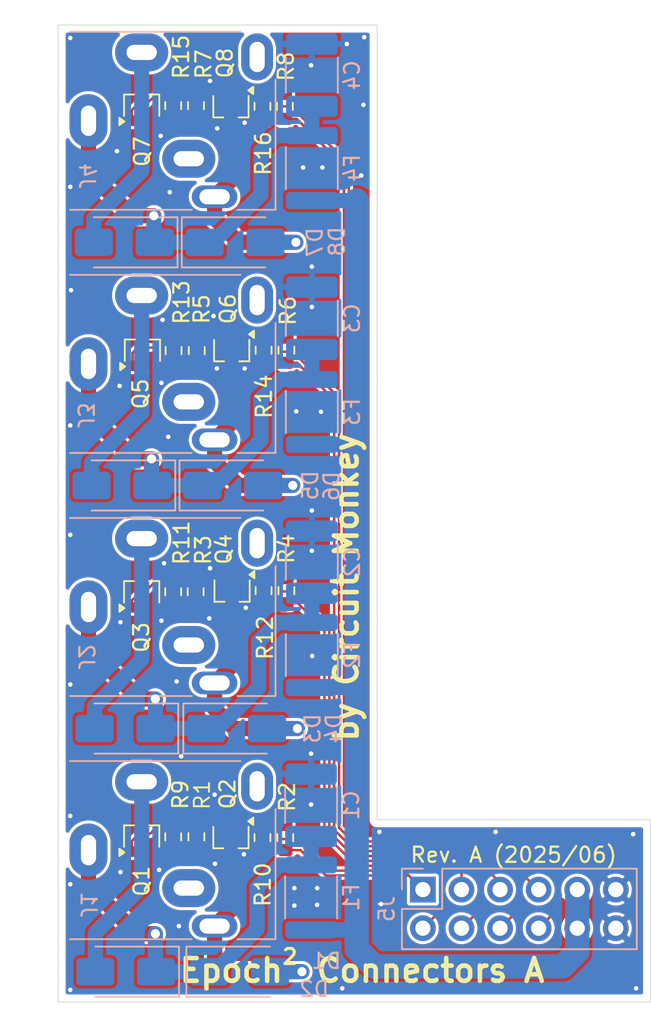
<source format=kicad_pcb>
(kicad_pcb (version 20241229) (generator "pcbnew") (generator_version "9.0")
  (layers (0 "F.Cu" signal) (2 "B.Cu" signal) (13 "F.Paste" user) (15 "B.Paste" user) (5 "F.SilkS" user "F.Silkscreen") (7 "B.SilkS" user "B.Silkscreen") (1 "F.Mask" user) (3 "B.Mask" user) (25 "Edge.Cuts" user))
  (net 0 "")
  (net 1 "GND")
  (net 3 "Net-(Q1-G)")
  (net 4 "Net-(Q2-G)")
  (net 12 "CH02")
  (net 13 "CH04")
  (net 14 "/VMOT")
  (net 15 "CH06")
  (net 16 "CH03")
  (net 17 "CH05")
  (net 18 "CH01")
  (net 19 "CH07")
  (net 20 "CH08")
  (net 21 "Net-(Q3-G)")
  (net 22 "Net-(Q4-G)")
  (net 23 "Net-(Q5-G)")
  (net 24 "Net-(Q6-G)")
  (net 25 "Net-(Q7-G)")
  (net 26 "Net-(Q8-G)")
  (net 27 "/VMF12")
  (net 28 "/VMF34")
  (net 29 "/VMF56")
  (net 30 "/VMF78")
  (net 31 "/VML1")
  (net 32 "/VML2")
  (net 33 "/VML3")
  (net 34 "/VML4")
  (net 35 "/VML5")
  (net 36 "/VML6")
  (net 37 "/VML7")
  (net 38 "/VML8")
  (footprint "Resistor_SMD:R_0603_1608Metric" (layer "F.Cu") (at 131.45 107.175 -90)
    (property "Reference" "R10" (at 3.1 -0.025 90) (layer "F.SilkS"))
    (property "Value" "100K")
    (pad "1" smd roundrect (at -0.825 0 270) (size 0.8 0.95) (layers "F.Cu" "F.Mask" "F.Paste") (net 4 "Net-(Q2-G)"))
    (pad "2" smd roundrect (at 0.825 0 270) (size 0.8 0.95) (layers "F.Cu" "F.Mask" "F.Paste") (net 1 "GND"))
  )
  (footprint "Package_TO_SOT_SMD:SOT-323_SC-70" (layer "F.Cu") (at 123.5 107.1 90)
    (property "Reference" "Q1" (at -2.95 -0.0025 90) (layer "F.SilkS"))
    (property "Value" "Si1308EDL")
    (pad "1" smd roundrect (at -1 -0.65) (size 0.45 0.7) (layers "F.Cu" "F.Mask" "F.Paste") (net 3 "Net-(Q1-G)"))
    (pad "2" smd roundrect (at -1 0.65) (size 0.45 0.7) (layers "F.Cu" "F.Mask" "F.Paste") (net 1 "GND"))
    (pad "3" smd roundrect (at 1 0) (size 0.45 0.7) (layers "F.Cu" "F.Mask" "F.Paste") (net 31 "/VML1"))
  )
  (footprint "Resistor_SMD:R_0603_1608Metric" (layer "F.Cu") (at 127.05 91 90)
    (property "Reference" "R3" (at 2.75 0.5 90) (layer "F.SilkS"))
    (property "Value" "100R")
    (pad "1" smd roundrect (at -0.825 0 90) (size 0.8 0.95) (layers "F.Cu" "F.Mask" "F.Paste") (net 16 "CH03"))
    (pad "2" smd roundrect (at 0.825 0 90) (size 0.8 0.95) (layers "F.Cu" "F.Mask" "F.Paste") (net 21 "Net-(Q3-G)"))
  )
  (footprint "Package_TO_SOT_SMD:SOT-323_SC-70" (layer "F.Cu") (at 129.375 107.15 -90)
    (property "Reference" "Q2" (at -2.85 0.225 90) (layer "F.SilkS"))
    (property "Value" "Si1308EDL")
    (pad "1" smd roundrect (at -1 -0.65 180) (size 0.45 0.7) (layers "F.Cu" "F.Mask" "F.Paste") (net 4 "Net-(Q2-G)"))
    (pad "2" smd roundrect (at -1 0.65 180) (size 0.45 0.7) (layers "F.Cu" "F.Mask" "F.Paste") (net 1 "GND"))
    (pad "3" smd roundrect (at 1 0 180) (size 0.45 0.7) (layers "F.Cu" "F.Mask" "F.Paste") (net 32 "/VML2"))
  )
  (footprint "Resistor_SMD:R_0603_1608Metric" (layer "F.Cu") (at 132.95 107.175 90)
    (property "Reference" "R2" (at 2.675 0.125 90) (layer "F.SilkS"))
    (property "Value" "100R")
    (pad "1" smd roundrect (at -0.825 0 90) (size 0.8 0.95) (layers "F.Cu" "F.Mask" "F.Paste") (net 12 "CH02"))
    (pad "2" smd roundrect (at 0.825 0 90) (size 0.8 0.95) (layers "F.Cu" "F.Mask" "F.Paste") (net 4 "Net-(Q2-G)"))
  )
  (footprint "Resistor_SMD:R_0603_1608Metric" (layer "F.Cu") (at 127.1 107.125 90)
    (property "Reference" "R1" (at 2.75 0.375 90) (layer "F.SilkS") (effects (font (thickness 0.127) (bold yes))))
    (property "Value" "100R" (hide yes))
    (pad "1" smd roundrect (at -0.825 0 90) (size 0.8 0.95) (layers "F.Cu" "F.Mask" "F.Paste") (net 18 "CH01"))
    (pad "2" smd roundrect (at 0.825 0 90) (size 0.8 0.95) (layers "F.Cu" "F.Mask" "F.Paste") (net 3 "Net-(Q1-G)"))
  )
  (footprint "Resistor_SMD:R_0603_1608Metric" (layer "F.Cu") (at 131.45 59.05 -90)
    (property "Reference" "R16" (at 3.1 -0.05 90) (layer "F.SilkS"))
    (property "Value" "100K")
    (pad "1" smd roundrect (at -0.825 0 270) (size 0.8 0.95) (layers "F.Cu" "F.Mask" "F.Paste") (net 26 "Net-(Q8-G)"))
    (pad "2" smd roundrect (at 0.825 0 270) (size 0.8 0.95) (layers "F.Cu" "F.Mask" "F.Paste") (net 1 "GND"))
  )
  (footprint "Resistor_SMD:R_0603_1608Metric" (layer "F.Cu") (at 132.925 59.05 90)
    (property "Reference" "R8" (at 2.625 0.075 90) (layer "F.SilkS"))
    (property "Value" "100R")
    (pad "1" smd roundrect (at -0.825 0 90) (size 0.8 0.95) (layers "F.Cu" "F.Mask" "F.Paste") (net 20 "CH08"))
    (pad "2" smd roundrect (at 0.825 0 90) (size 0.8 0.95) (layers "F.Cu" "F.Mask" "F.Paste") (net 26 "Net-(Q8-G)"))
  )
  (footprint "Package_TO_SOT_SMD:SOT-323_SC-70" (layer "F.Cu") (at 129.425 75.1 -90)
    (property "Reference" "Q6" (at -2.725 0.25 90) (layer "F.SilkS"))
    (property "Value" "Si1308EDL")
    (pad "1" smd roundrect (at -1 -0.65 180) (size 0.45 0.7) (layers "F.Cu" "F.Mask" "F.Paste") (net 24 "Net-(Q6-G)"))
    (pad "2" smd roundrect (at -1 0.65 180) (size 0.45 0.7) (layers "F.Cu" "F.Mask" "F.Paste") (net 1 "GND"))
    (pad "3" smd roundrect (at 1 0 180) (size 0.45 0.7) (layers "F.Cu" "F.Mask" "F.Paste") (net 36 "/VML6"))
  )
  (footprint "Resistor_SMD:R_0603_1608Metric" (layer "F.Cu") (at 125.575 91 -90)
    (property "Reference" "R11" (at -3.225 -0.55 90) (layer "F.SilkS"))
    (property "Value" "100K")
    (pad "1" smd roundrect (at -0.825 0 270) (size 0.8 0.95) (layers "F.Cu" "F.Mask" "F.Paste") (net 21 "Net-(Q3-G)"))
    (pad "2" smd roundrect (at 0.825 0 270) (size 0.8 0.95) (layers "F.Cu" "F.Mask" "F.Paste") (net 1 "GND"))
  )
  (footprint "Package_TO_SOT_SMD:SOT-323_SC-70" (layer "F.Cu") (at 129.45 90.925 -90)
    (property "Reference" "Q4" (at -2.725 0.55 90) (layer "F.SilkS"))
    (property "Value" "Si1308EDL")
    (pad "1" smd roundrect (at -1 -0.65 180) (size 0.45 0.7) (layers "F.Cu" "F.Mask" "F.Paste") (net 22 "Net-(Q4-G)"))
    (pad "2" smd roundrect (at -1 0.65 180) (size 0.45 0.7) (layers "F.Cu" "F.Mask" "F.Paste") (net 1 "GND"))
    (pad "3" smd roundrect (at 1 0 180) (size 0.45 0.7) (layers "F.Cu" "F.Mask" "F.Paste") (net 34 "/VML4"))
  )
  (footprint "Resistor_SMD:R_0603_1608Metric" (layer "F.Cu") (at 131.525 75.1 -90)
    (property "Reference" "R14" (at 3.05 -0.025 90) (layer "F.SilkS"))
    (property "Value" "100K")
    (pad "1" smd roundrect (at -0.825 0 270) (size 0.8 0.95) (layers "F.Cu" "F.Mask" "F.Paste") (net 24 "Net-(Q6-G)"))
    (pad "2" smd roundrect (at 0.825 0 270) (size 0.8 0.95) (layers "F.Cu" "F.Mask" "F.Paste") (net 1 "GND"))
  )
  (footprint "Resistor_SMD:R_0603_1608Metric" (layer "F.Cu") (at 131.525 90.925 -90)
    (property "Reference" "R12" (at 3.1 -0.1 90) (layer "F.SilkS"))
    (property "Value" "100K")
    (pad "1" smd roundrect (at -0.825 0 270) (size 0.8 0.95) (layers "F.Cu" "F.Mask" "F.Paste") (net 22 "Net-(Q4-G)"))
    (pad "2" smd roundrect (at 0.825 0 270) (size 0.8 0.95) (layers "F.Cu" "F.Mask" "F.Paste") (net 1 "GND"))
  )
  (footprint "Package_TO_SOT_SMD:SOT-323_SC-70" (layer "F.Cu") (at 123.5 91.025 90)
    (property "Reference" "Q3" (at -2.975 -0.025 90) (layer "F.SilkS"))
    (property "Value" "Si1308EDL")
    (pad "1" smd roundrect (at -1 -0.65) (size 0.45 0.7) (layers "F.Cu" "F.Mask" "F.Paste") (net 21 "Net-(Q3-G)"))
    (pad "2" smd roundrect (at -1 0.65) (size 0.45 0.7) (layers "F.Cu" "F.Mask" "F.Paste") (net 1 "GND"))
    (pad "3" smd roundrect (at 1 0) (size 0.45 0.7) (layers "F.Cu" "F.Mask" "F.Paste") (net 33 "/VML3"))
  )
  (footprint "Resistor_SMD:R_0603_1608Metric" (layer "F.Cu") (at 127.075 59 90)
    (property "Reference" "R7" (at 2.725 0.5 90) (layer "F.SilkS"))
    (property "Value" "100R")
    (pad "1" smd roundrect (at -0.825 0 90) (size 0.8 0.95) (layers "F.Cu" "F.Mask" "F.Paste") (net 19 "CH07"))
    (pad "2" smd roundrect (at 0.825 0 90) (size 0.8 0.95) (layers "F.Cu" "F.Mask" "F.Paste") (net 25 "Net-(Q7-G)"))
  )
  (footprint "Package_TO_SOT_SMD:SOT-323_SC-70" (layer "F.Cu") (at 123.5 59 90)
    (property "Reference" "Q7" (at -3.025 0.025 90) (layer "F.SilkS"))
    (property "Value" "Si1308EDL")
    (pad "1" smd roundrect (at -1 -0.65) (size 0.45 0.7) (layers "F.Cu" "F.Mask" "F.Paste") (net 25 "Net-(Q7-G)"))
    (pad "2" smd roundrect (at -1 0.65) (size 0.45 0.7) (layers "F.Cu" "F.Mask" "F.Paste") (net 1 "GND"))
    (pad "3" smd roundrect (at 1 0) (size 0.45 0.7) (layers "F.Cu" "F.Mask" "F.Paste") (net 37 "/VML7"))
  )
  (footprint "Resistor_SMD:R_0603_1608Metric" (layer "F.Cu") (at 133.025 75.1 90)
    (property "Reference" "R6" (at 2.6 0.1 90) (layer "F.SilkS"))
    (property "Value" "100R")
    (pad "1" smd roundrect (at -0.825 0 90) (size 0.8 0.95) (layers "F.Cu" "F.Mask" "F.Paste") (net 15 "CH06"))
    (pad "2" smd roundrect (at 0.825 0 90) (size 0.8 0.95) (layers "F.Cu" "F.Mask" "F.Paste") (net 24 "Net-(Q6-G)"))
  )
  (footprint "Resistor_SMD:R_0603_1608Metric" (layer "F.Cu") (at 125.575 59 -90)
    (property "Reference" "R15" (at -3.2 -0.525 90) (layer "F.SilkS"))
    (property "Value" "100K")
    (pad "1" smd roundrect (at -0.825 0 270) (size 0.8 0.95) (layers "F.Cu" "F.Mask" "F.Paste") (net 25 "Net-(Q7-G)"))
    (pad "2" smd roundrect (at 0.825 0 270) (size 0.8 0.95) (layers "F.Cu" "F.Mask" "F.Paste") (net 1 "GND"))
  )
  (footprint "Package_TO_SOT_SMD:SOT-323_SC-70" (layer "F.Cu") (at 129.375 59.05 -90)
    (property "Reference" "Q8" (at -2.85 0.4 90) (layer "F.SilkS"))
    (property "Value" "Si1308EDL")
    (pad "1" smd roundrect (at -1 -0.65 180) (size 0.45 0.7) (layers "F.Cu" "F.Mask" "F.Paste") (net 26 "Net-(Q8-G)"))
    (pad "2" smd roundrect (at -1 0.65 180) (size 0.45 0.7) (layers "F.Cu" "F.Mask" "F.Paste") (net 1 "GND"))
    (pad "3" smd roundrect (at 1 0 180) (size 0.45 0.7) (layers "F.Cu" "F.Mask" "F.Paste") (net 38 "/VML8"))
  )
  (footprint "Resistor_SMD:R_0603_1608Metric" (layer "F.Cu") (at 125.575 107.125 -90)
    (property "Reference" "R9" (at -2.775 -0.475 90) (layer "F.SilkS"))
    (property "Value" "100K")
    (pad "1" smd roundrect (at -0.825 0 270) (size 0.8 0.95) (layers "F.Cu" "F.Mask" "F.Paste") (net 3 "Net-(Q1-G)"))
    (pad "2" smd roundrect (at 0.825 0 270) (size 0.8 0.95) (layers "F.Cu" "F.Mask" "F.Paste") (net 1 "GND"))
  )
  (footprint "Package_TO_SOT_SMD:SOT-323_SC-70" (layer "F.Cu") (at 123.55 75.125 90)
    (property "Reference" "Q5" (at -2.85 -0.125 90) (layer "F.SilkS"))
    (property "Value" "Si1308EDL")
    (pad "1" smd roundrect (at -1 -0.65) (size 0.45 0.7) (layers "F.Cu" "F.Mask" "F.Paste") (net 23 "Net-(Q5-G)"))
    (pad "2" smd roundrect (at -1 0.65) (size 0.45 0.7) (layers "F.Cu" "F.Mask" "F.Paste") (net 1 "GND"))
    (pad "3" smd roundrect (at 1 0) (size 0.45 0.7) (layers "F.Cu" "F.Mask" "F.Paste") (net 35 "/VML5"))
  )
  (footprint "Resistor_SMD:R_0603_1608Metric" (layer "F.Cu") (at 125.6 75.125 -90)
    (property "Reference" "R13" (at -3.175 -0.525 90) (layer "F.SilkS"))
    (property "Value" "100K")
    (pad "1" smd roundrect (at -0.825 0 270) (size 0.8 0.95) (layers "F.Cu" "F.Mask" "F.Paste") (net 23 "Net-(Q5-G)"))
    (pad "2" smd roundrect (at 0.825 0 270) (size 0.8 0.95) (layers "F.Cu" "F.Mask" "F.Paste") (net 1 "GND"))
  )
  (footprint "Resistor_SMD:R_0603_1608Metric" (layer "F.Cu") (at 133.025 90.925 90)
    (property "Reference" "R4" (at 2.75 0 90) (layer "F.SilkS"))
    (property "Value" "100R")
    (pad "1" smd roundrect (at -0.825 0 90) (size 0.8 0.95) (layers "F.Cu" "F.Mask" "F.Paste") (net 13 "CH04"))
    (pad "2" smd roundrect (at 0.825 0 90) (size 0.8 0.95) (layers "F.Cu" "F.Mask" "F.Paste") (net 22 "Net-(Q4-G)"))
  )
  (footprint "Resistor_SMD:R_0603_1608Metric" (layer "F.Cu") (at 127.125 75.125 90)
    (property "Reference" "R5" (at 2.725 0.325 90) (layer "F.SilkS"))
    (property "Value" "100R" (hide yes))
    (pad "1" smd roundrect (at -0.825 0 90) (size 0.8 0.95) (layers "F.Cu" "F.Mask" "F.Paste") (net 17 "CH05"))
    (pad "2" smd roundrect (at 0.825 0 90) (size 0.8 0.95) (layers "F.Cu" "F.Mask" "F.Paste") (net 23 "Net-(Q5-G)"))
  )
  (footprint "Capacitor_SMD:C_1812_4532Metric" (layer "B.Cu") (at 134.7 89.05 90)
    (property "Reference" "C2" (at 0 2.65 90) (layer "B.SilkS") (effects (justify mirror)))
    (property "Value" "22uF/16V")
    (pad "1" smd roundrect (at -2.05 0 90) (size 1.4 3.4) (layers "B.Cu" "B.Mask" "B.Paste") (roundrect_rratio 0.178571) (net 28 "/VMF34"))
    (pad "2" smd roundrect (at 2.05 0 90) (size 1.4 3.4) (layers "B.Cu" "B.Mask" "B.Paste") (roundrect_rratio 0.178571) (net 1 "GND"))
  )
  (footprint "Diode_SMD:D_SMA" (layer "B.Cu") (at 129.5 84)
    (property "Reference" "D6" (at 6.5 0.05 270) (layer "B.SilkS") (effects (justify mirror)))
    (property "Value" "NRVA4007T3G")
    (pad "1" smd roundrect (at -2 0) (size 2.5 1.8) (layers "B.Cu" "B.Mask" "B.Paste") (roundrect_rratio 0.1388888889) (net 29 "/VMF56"))
    (pad "2" smd roundrect (at 2 0) (size 2.5 1.8) (layers "B.Cu" "B.Mask" "B.Paste") (roundrect_rratio 0.1388888889) (net 36 "/VML6"))
  )
  (footprint "Connector_PinHeader_2.54mm:PinHeader_2x06_P2.54mm_Vertical" (layer "B.Cu") (at 142.01 110.6 -90)
    (property "Reference" "J5" (at 1.27 2.38 90) (layer "B.SilkS") (effects (justify mirror)))
    (property "Value" "Conn_02x06_Odd_Even" (hide yes))
    (pad "1" thru_hole rect (at 0 0 270) (size 1.7 1.7) (drill 1) (layers "*.Cu" "*.Mask") (net 12 "CH02"))
    (pad "2" thru_hole circle (at 2.54 0 270) (size 1.7 1.7) (drill 1) (layers "*.Cu" "*.Mask") (net 18 "CH01"))
    (pad "3" thru_hole circle (at 0 -2.54 270) (size 1.7 1.7) (drill 1) (layers "*.Cu" "*.Mask") (net 13 "CH04"))
    (pad "4" thru_hole circle (at 2.54 -2.54 270) (size 1.7 1.7) (drill 1) (layers "*.Cu" "*.Mask") (net 16 "CH03"))
    (pad "5" thru_hole circle (at 0 -5.08 270) (size 1.7 1.7) (drill 1) (layers "*.Cu" "*.Mask") (net 15 "CH06"))
    (pad "6" thru_hole circle (at 2.54 -5.08 270) (size 1.7 1.7) (drill 1) (layers "*.Cu" "*.Mask") (net 17 "CH05"))
    (pad "7" thru_hole circle (at 0 -7.62 270) (size 1.7 1.7) (drill 1) (layers "*.Cu" "*.Mask") (net 20 "CH08"))
    (pad "8" thru_hole circle (at 2.54 -7.62 270) (size 1.7 1.7) (drill 1) (layers "*.Cu" "*.Mask") (net 19 "CH07"))
    (pad "9" thru_hole circle (at 0 -10.16 270) (size 1.7 1.7) (drill 1) (layers "*.Cu" "*.Mask") (net 14 "/VMOT"))
    (pad "10" thru_hole circle (at 2.54 -10.16 270) (size 1.7 1.7) (drill 1) (layers "*.Cu" "*.Mask") (net 14 "/VMOT"))
    (pad "11" thru_hole circle (at 0 -12.7 270) (size 1.7 1.7) (drill 1) (layers "*.Cu" "*.Mask") (net 1 "GND"))
    (pad "12" thru_hole circle (at 2.54 -12.7 270) (size 1.7 1.7) (drill 1) (layers "*.Cu" "*.Mask") (net 1 "GND"))
  )
  (footprint "Diode_SMD:D_SMA" (layer "B.Cu") (at 129.65 68)
    (property "Reference" "D8" (at 6.7 -0.05 270) (layer "B.SilkS") (effects (justify mirror)))
    (property "Value" "NRVA4007T3G")
    (pad "1" smd roundrect (at -2 0) (size 2.5 1.8) (layers "B.Cu" "B.Mask" "B.Paste") (roundrect_rratio 0.1388888889) (net 30 "/VMF78"))
    (pad "2" smd roundrect (at 2 0) (size 2.5 1.8) (layers "B.Cu" "B.Mask" "B.Paste") (roundrect_rratio 0.1388888889) (net 38 "/VML8"))
  )
  (footprint "Capacitor_SMD:C_1812_4532Metric" (layer "B.Cu") (at 134.7 57 90)
    (property "Reference" "C4" (at 0 2.65 90) (layer "B.SilkS") (effects (justify mirror)))
    (property "Value" "22uF/16V")
    (pad "1" smd roundrect (at -2.05 0 90) (size 1.4 3.4) (layers "B.Cu" "B.Mask" "B.Paste") (roundrect_rratio 0.178571) (net 30 "/VMF78"))
    (pad "2" smd roundrect (at 2.05 0 90) (size 1.4 3.4) (layers "B.Cu" "B.Mask" "B.Paste") (roundrect_rratio 0.178571) (net 1 "GND"))
  )
  (footprint "Resistor_SMD:R_1812_4532Metric" (layer "B.Cu") (at 134.65 111.1125 90)
    (property "Reference" "F1" (at 0 2.65 90) (layer "B.SilkS") (effects (justify mirror)))
    (property "Value" "MF-MSMF075")
    (pad "1" smd roundrect (at -2.1375 0 90) (size 1.125 3.4) (layers "B.Cu" "B.Mask" "B.Paste") (roundrect_rratio 0.222222) (net 14 "/VMOT"))
    (pad "2" smd roundrect (at 2.1375 0 90) (size 1.125 3.4) (layers "B.Cu" "B.Mask" "B.Paste") (roundrect_rratio 0.222222) (net 27 "/VMF12"))
  )
  (footprint "Connector_Audio:Jack_3.5mm_CUI_SJ1-3515N_Horizontal" (layer "B.Cu") (at 120 60)
    (property "Reference" "J4" (at -0.1 3.65 270) (layer "B.SilkS") (effects (justify mirror)))
    (property "Value" "Jack - Tayda A-4780")
    (pad "R" thru_hole oval (at 8.3 5) (size 3 1.5) (drill oval 2 1) (layers "*.Cu" "*.Mask") (net 38 "/VML8"))
    (pad "RN" thru_hole oval (at 6.6 2.5) (size 3.5 2.5) (drill oval 2 1) (layers "*.Cu" "*.Mask"))
    (pad "S" thru_hole oval (at 0 0 90) (size 3.5 2.5) (drill oval 2 1) (layers "*.Cu" "*.Mask") (net 30 "/VMF78"))
    (pad "T" thru_hole oval (at 3.5 -4.5) (size 3.5 2.5) (drill oval 2 1) (layers "*.Cu" "*.Mask") (net 37 "/VML7"))
    (pad "TN" thru_hole oval (at 11.1 -4.2 270) (size 3.1 2.1) (drill oval 2 1) (layers "*.Cu" "*.Mask"))
  )
  (footprint "Diode_SMD:D_SMA" (layer "B.Cu") (at 129.95 116)
    (property "Reference" "D2" (at 4.9 1.15 0) (layer "B.SilkS") (effects (justify mirror)))
    (property "Value" "NRVA4007T3G")
    (pad "1" smd roundrect (at -2 0) (size 2.5 1.8) (layers "B.Cu" "B.Mask" "B.Paste") (roundrect_rratio 0.1388888889) (net 27 "/VMF12"))
    (pad "2" smd roundrect (at 2 0) (size 2.5 1.8) (layers "B.Cu" "B.Mask" "B.Paste") (roundrect_rratio 0.1388888889) (net 32 "/VML2"))
  )
  (footprint "Resistor_SMD:R_1812_4532Metric" (layer "B.Cu") (at 134.7 79.1625 90)
    (property "Reference" "F3" (at 0 2.65 90) (layer "B.SilkS") (effects (justify mirror)))
    (property "Value" "MF-MSMF075")
    (pad "1" smd roundrect (at -2.1375 0 90) (size 1.125 3.4) (layers "B.Cu" "B.Mask" "B.Paste") (roundrect_rratio 0.222222) (net 14 "/VMOT"))
    (pad "2" smd roundrect (at 2.1375 0 90) (size 1.125 3.4) (layers "B.Cu" "B.Mask" "B.Paste") (roundrect_rratio 0.222222) (net 29 "/VMF56"))
  )
  (footprint "Resistor_SMD:R_1812_4532Metric" (layer "B.Cu") (at 134.7 95.1625 90)
    (property "Reference" "F2" (at 0 2.65 90) (layer "B.SilkS") (effects (justify mirror)))
    (property "Value" "MF-MSMF075")
    (pad "1" smd roundrect (at -2.1375 0 90) (size 1.125 3.4) (layers "B.Cu" "B.Mask" "B.Paste") (roundrect_rratio 0.222222) (net 14 "/VMOT"))
    (pad "2" smd roundrect (at 2.1375 0 90) (size 1.125 3.4) (layers "B.Cu" "B.Mask" "B.Paste") (roundrect_rratio 0.222222) (net 28 "/VMF34"))
  )
  (footprint "Diode_SMD:D_SMA" (layer "B.Cu") (at 122.4 100 180)
    (property "Reference" "D3" (at -12.35 0 270) (layer "B.SilkS") (effects (justify mirror)))
    (property "Value" "NRVA4007T3G")
    (pad "1" smd roundrect (at -2 0 180) (size 2.5 1.8) (layers "B.Cu" "B.Mask" "B.Paste") (roundrect_rratio 0.1388888889) (net 28 "/VMF34"))
    (pad "2" smd roundrect (at 2 0 180) (size 2.5 1.8) (layers "B.Cu" "B.Mask" "B.Paste") (roundrect_rratio 0.1388888889) (net 33 "/VML3"))
  )
  (footprint "Diode_SMD:D_SMA" (layer "B.Cu") (at 129.75 100)
    (property "Reference" "D4" (at 6.4 0 90) (layer "B.SilkS") (effects (justify mirror)))
    (property "Value" "NRVA4007T3G")
    (pad "1" smd roundrect (at -2 0) (size 2.5 1.8) (layers "B.Cu" "B.Mask" "B.Paste") (roundrect_rratio 0.1388888889) (net 28 "/VMF34"))
    (pad "2" smd roundrect (at 2 0) (size 2.5 1.8) (layers "B.Cu" "B.Mask" "B.Paste") (roundrect_rratio 0.1388888889) (net 34 "/VML4"))
  )
  (footprint "Capacitor_SMD:C_1812_4532Metric" (layer "B.Cu") (at 134.7 73 90)
    (property "Reference" "C3" (at 0 2.65 90) (layer "B.SilkS") (effects (justify mirror)))
    (property "Value" "22uF/16V")
    (pad "1" smd roundrect (at -2.05 0 90) (size 1.4 3.4) (layers "B.Cu" "B.Mask" "B.Paste") (roundrect_rratio 0.178571) (net 29 "/VMF56"))
    (pad "2" smd roundrect (at 2.05 0 90) (size 1.4 3.4) (layers "B.Cu" "B.Mask" "B.Paste") (roundrect_rratio 0.178571) (net 1 "GND"))
  )
  (footprint "Connector_Audio:Jack_3.5mm_CUI_SJ1-3515N_Horizontal" (layer "B.Cu") (at 120 108)
    (property "Reference" "J1" (at 0 3.6 270) (layer "B.SilkS") (effects (justify mirror)))
    (property "Value" "Jack - Tayda A-4780")
    (pad "R" thru_hole oval (at 8.3 5) (size 3 1.5) (drill oval 2 1) (layers "*.Cu" "*.Mask") (net 32 "/VML2"))
    (pad "RN" thru_hole oval (at 6.6 2.5) (size 3.5 2.5) (drill oval 2 1) (layers "*.Cu" "*.Mask"))
    (pad "S" thru_hole oval (at 0 0 90) (size 3.5 2.5) (drill oval 2 1) (layers "*.Cu" "*.Mask") (net 27 "/VMF12"))
    (pad "T" thru_hole oval (at 3.5 -4.5) (size 3.5 2.5) (drill oval 2 1) (layers "*.Cu" "*.Mask") (net 31 "/VML1"))
    (pad "TN" thru_hole oval (at 11.1 -4.2 270) (size 3.1 2.1) (drill oval 2 1) (layers "*.Cu" "*.Mask"))
  )
  (footprint "Resistor_SMD:R_1812_4532Metric" (layer "B.Cu") (at 134.7 63.1125 90)
    (property "Reference" "F4" (at 0 2.65 90) (layer "B.SilkS") (effects (justify mirror)))
    (property "Value" "MF-MSMF075")
    (pad "1" smd roundrect (at -2.1375 0 90) (size 1.125 3.4) (layers "B.Cu" "B.Mask" "B.Paste") (roundrect_rratio 0.222222) (net 14 "/VMOT"))
    (pad "2" smd roundrect (at 2.1375 0 90) (size 1.125 3.4) (layers "B.Cu" "B.Mask" "B.Paste") (roundrect_rratio 0.222222) (net 30 "/VMF78"))
  )
  (footprint "Connector_Audio:Jack_3.5mm_CUI_SJ1-3515N_Horizontal" (layer "B.Cu") (at 120 92)
    (property "Reference" "J2" (at -0.15 3.3 270) (layer "B.SilkS") (effects (justify mirror)))
    (property "Value" "Jack - Tayda A-4780")
    (pad "R" thru_hole oval (at 8.3 5) (size 3 1.5) (drill oval 2 1) (layers "*.Cu" "*.Mask") (net 34 "/VML4"))
    (pad "RN" thru_hole oval (at 6.6 2.5) (size 3.5 2.5) (drill oval 2 1) (layers "*.Cu" "*.Mask"))
    (pad "S" thru_hole oval (at 0 0 90) (size 3.5 2.5) (drill oval 2 1) (layers "*.Cu" "*.Mask") (net 28 "/VMF34"))
    (pad "T" thru_hole oval (at 3.5 -4.5) (size 3.5 2.5) (drill oval 2 1) (layers "*.Cu" "*.Mask") (net 33 "/VML3"))
    (pad "TN" thru_hole oval (at 11.1 -4.2 270) (size 3.1 2.1) (drill oval 2 1) (layers "*.Cu" "*.Mask"))
  )
  (footprint "Capacitor_SMD:C_1812_4532Metric" (layer "B.Cu") (at 134.65 105.05 90)
    (property "Reference" "C1" (at 0 2.65 90) (layer "B.SilkS") (effects (justify mirror)))
    (property "Value" "22uF/16V")
    (pad "1" smd roundrect (at -2.05 0 90) (size 1.4 3.4) (layers "B.Cu" "B.Mask" "B.Paste") (roundrect_rratio 0.178571) (net 27 "/VMF12"))
    (pad "2" smd roundrect (at 2.05 0 90) (size 1.4 3.4) (layers "B.Cu" "B.Mask" "B.Paste") (roundrect_rratio 0.178571) (net 1 "GND"))
  )
  (footprint "Diode_SMD:D_SMA" (layer "B.Cu") (at 122.2 84 180)
    (property "Reference" "D5" (at -12.4 0 90) (layer "B.SilkS") (effects (justify mirror)))
    (property "Value" "NRVA4007T3G")
    (pad "1" smd roundrect (at -2 0 180) (size 2.5 1.8) (layers "B.Cu" "B.Mask" "B.Paste") (roundrect_rratio 0.1388888889) (net 29 "/VMF56"))
    (pad "2" smd roundrect (at 2 0 180) (size 2.5 1.8) (layers "B.Cu" "B.Mask" "B.Paste") (roundrect_rratio 0.1388888889) (net 35 "/VML5"))
  )
  (footprint "Diode_SMD:D_SMA" (layer "B.Cu") (at 122.35 68 180)
    (property "Reference" "D7" (at -12.55 0 270) (layer "B.SilkS") (effects (justify mirror)))
    (property "Value" "NRVA4007T3G")
    (pad "1" smd roundrect (at -2 0 180) (size 2.5 1.8) (layers "B.Cu" "B.Mask" "B.Paste") (roundrect_rratio 0.1388888889) (net 30 "/VMF78"))
    (pad "2" smd roundrect (at 2 0 180) (size 2.5 1.8) (layers "B.Cu" "B.Mask" "B.Paste") (roundrect_rratio 0.1388888889) (net 37 "/VML7"))
  )
  (footprint "Connector_Audio:Jack_3.5mm_CUI_SJ1-3515N_Horizontal" (layer "B.Cu") (at 120 76)
    (property "Reference" "J3" (at -0.2 3.4 270) (layer "B.SilkS") (effects (justify mirror)))
    (property "Value" "Jack - Tayda A-4780")
    (pad "R" thru_hole oval (at 8.3 5) (size 3 1.5) (drill oval 2 1) (layers "*.Cu" "*.Mask") (net 36 "/VML6"))
    (pad "RN" thru_hole oval (at 6.6 2.5) (size 3.5 2.5) (drill oval 2 1) (layers "*.Cu" "*.Mask"))
    (pad "S" thru_hole oval (at 0 0 90) (size 3.5 2.5) (drill oval 2 1) (layers "*.Cu" "*.Mask") (net 29 "/VMF56"))
    (pad "T" thru_hole oval (at 3.5 -4.5) (size 3.5 2.5) (drill oval 2 1) (layers "*.Cu" "*.Mask") (net 35 "/VML5"))
    (pad "TN" thru_hole oval (at 11.1 -4.2 270) (size 3.1 2.1) (drill oval 2 1) (layers "*.Cu" "*.Mask"))
  )
  (footprint "Diode_SMD:D_SMA" (layer "B.Cu") (at 122.45 116 180)
    (property "Reference" "D1" (at -13.2 0.7 180) (layer "B.SilkS") (effects (justify mirror)))
    (property "Value" "NRVA4007T3G")
    (pad "1" smd roundrect (at -2 0 180) (size 2.5 1.8) (layers "B.Cu" "B.Mask" "B.Paste") (roundrect_rratio 0.1388888889) (net 27 "/VMF12"))
    (pad "2" smd roundrect (at 2 0 180) (size 2.5 1.8) (layers "B.Cu" "B.Mask" "B.Paste") (roundrect_rratio 0.1388888889) (net 31 "/VML1"))
  )
  (gr_line (start 139 106) (end 157 106) (stroke (width 0.05)) (layer "Edge.Cuts"))
  (gr_line (start 118 118) (end 118 53.7) (stroke (width 0.05)) (layer "Edge.Cuts"))
  (gr_line (start 118 53.7) (end 139 53.7) (stroke (width 0.05)) (layer "Edge.Cuts"))
  (gr_line (start 139 53.7) (end 139 106) (stroke (width 0.05)) (layer "Edge.Cuts"))
  (gr_line (start 157 118) (end 118 118) (stroke (width 0.05)) (layer "Edge.Cuts"))
  (gr_line (start 157 106) (end 157 118) (stroke (width 0.05)) (layer "Edge.Cuts"))
  (gr_text "2" (at 132.65 115.6 0) (layer "F.SilkS") (effects (font (size 1 1) (thickness 0.2) (bold yes)) (justify left bottom)))
  (gr_text "Epoch  Connectors A" (at 125.85 116.8 0) (layer "F.SilkS") (effects (font (size 1.5 1.5) (thickness 0.3) (bold yes)) (justify left bottom)))
  (gr_text "Rev. A (2025/06)" (at 141.1 108.9 0) (layer "F.SilkS") (effects (font (size 1 1)) (justify left bottom)))
  (gr_text "by Circuit Monkey" (at 137.85 101 90) (layer "F.SilkS") (effects (font (size 1.5 1.5) (thickness 0.3) (bold yes)) (justify left bottom)))
  (via (at 128 57.375) (size 0.6) (drill 0.3) (layers "F.Cu" "B.Cu") (net 1))
  (via (at 122.1 93) (size 0.6) (drill 0.3) (layers "F.Cu" "B.Cu") (net 1))
  (via (at 155.85 106.95) (size 0.6) (drill 0.3) (layers "F.Cu" "B.Cu") (net 1))
  (via (at 139.25 111.55) (size 0.6) (drill 0.3) (layers "F.Cu" "B.Cu") (net 1))
  (via (at 124.75 61) (size 0.6) (drill 0.3) (layers "F.Cu" "B.Cu") (net 1))
  (via (at 134.7 72.25) (size 0.6) (drill 0.3) (layers "F.Cu" "B.Cu") (net 1))
  (via (at 118.8 87.25) (size 0.6) (drill 0.3) (layers "F.Cu" "B.Cu") (net 1))
  (via (at 124.65 109.3) (size 0.6) (drill 0.3) (layers "F.Cu" "B.Cu") (net 1))
  (via (at 134.7 88.3) (size 0.6) (drill 0.3) (layers "F.Cu" "B.Cu") (net 1))
  (via (at 126.1 101.825) (size 0.6) (drill 0.3) (layers "F.Cu" "B.Cu") (net 1))
  (via (at 146.8 106.8) (size 0.6) (drill 0.3) (layers "F.Cu" "B.Cu") (net 1))
  (via (at 138.1 58.95) (size 0.6) (drill 0.3) (layers "F.Cu" "B.Cu") (net 1))
  (via (at 139.15 106.8) (size 0.6) (drill 0.3) (layers "F.Cu" "B.Cu") (net 1))
  (via (at 137 54.95) (size 0.6) (drill 0.3) (layers "F.Cu" "B.Cu") (net 1))
  (via (at 127.95 92.75) (size 0.6) (drill 0.3) (layers "F.Cu" "B.Cu") (net 1))
  (via (at 135.3 79.15) (size 0.6) (drill 0.3) (layers "F.Cu" "B.Cu") (net 1))
  (via (at 118.8 110.25) (size 0.6) (drill 0.3) (layers "F.Cu" "B.Cu") (net 1))
  (via (at 128.325 108.9) (size 0.6) (drill 0.3) (layers "F.Cu" "B.Cu") (net 1))
  (via (at 128.225 72.85) (size 0.6) (drill 0.3) (layers "F.Cu" "B.Cu") (net 1))
  (via (at 124.975 89.125) (size 0.6) (drill 0.3) (layers "F.Cu" "B.Cu") (net 1))
  (via (at 134.7 69.6) (size 0.6) (drill 0.3) (layers "F.Cu" "B.Cu") (net 1))
  (via (at 133.675 79.125) (size 0.6) (drill 0.3) (layers "F.Cu" "B.Cu") (net 1))
  (via (at 134.725 95.225) (size 0.6) (drill 0.3) (layers "F.Cu" "B.Cu") (net 1))
  (via (at 134.65 101.65) (size 0.6) (drill 0.3) (layers "F.Cu" "B.Cu") (net 1))
  (via (at 121.875 62) (size 0.6) (drill 0.3) (layers "F.Cu" "B.Cu") (net 1))
  (via (at 125.8 96.9) (size 0.6) (drill 0.3) (layers "F.Cu" "B.Cu") (net 1))
  (via (at 124.875 73.1) (size 0.6) (drill 0.3) (layers "F.Cu" "B.Cu") (net 1))
  (via (at 118.8 54.55) (size 0.6) (drill 0.3) (layers "F.Cu" "B.Cu") (net 1))
  (via (at 125.95 113) (size 0.6) (drill 0.3) (layers "F.Cu" "B.Cu") (net 1))
  (via (at 125.25 80.8) (size 0.6) (drill 0.3) (layers "F.Cu" "B.Cu") (net 1))
  (via (at 124.8 92.9) (size 0.6) (drill 0.3) (layers "F.Cu" "B.Cu") (net 1))
  (via (at 128.3 104.35) (size 0.6) (drill 0.3) (layers "F.Cu" "B.Cu") (net 1))
  (via (at 122.1 109.45) (size 0.6) (drill 0.3) (layers "F.Cu" "B.Cu") (net 1))
  (via (at 134.125 63.075) (size 0.6) (drill 0.3) (layers "F.Cu" "B.Cu") (net 1))
  (via (at 128.45 76.3) (size 0.6) (drill 0.3) (layers "F.Cu" "B.Cu") (net 1))
  (via (at 130.225 108.275) (size 0.6) (drill 0.3) (layers "F.Cu" "B.Cu") (net 1))
  (via (at 137.95 63.6) (size 0.6) (drill 0.3) (layers "F.Cu" "B.Cu") (net 1))
  (via (at 118.8 105.75) (size 0.6) (drill 0.3) (layers "F.Cu" "B.Cu") (net 1))
  (via (at 134.65 56.35) (size 0.6) (drill 0.3) (layers "F.Cu" "B.Cu") (net 1))
  (via (at 133.55 110.5) (size 0.6) (drill 0.3) (layers "F.Cu" "B.Cu") (net 1))
  (via (at 134.7 85.65) (size 0.6) (drill 0.3) (layers "F.Cu" "B.Cu") (net 1))
  (via (at 136.7 117.1) (size 0.6) (drill 0.3) (layers "F.Cu" "B.Cu") (net 1))
  (via (at 128.475 60.5) (size 0.6) (drill 0.3) (layers "F.Cu" "B.Cu") (net 1))
  (via (at 138.15 54.5) (size 0.6) (drill 0.3) (layers "F.Cu" "B.Cu") (net 1))
  (via (at 118.8 64.35) (size 0.6) (drill 0.3) (layers "F.Cu" "B.Cu") (net 1))
  (via (at 124.8 77.25) (size 0.6) (drill 0.3) (layers "F.Cu" "B.Cu") (net 1))
  (via (at 130.275 60.125) (size 0.6) (drill 0.3) (layers "F.Cu" "B.Cu") (net 1))
  (via (at 135.4 63.075) (size 0.6) (drill 0.3) (layers "F.Cu" "B.Cu") (net 1))
  (via (at 122.05 77.45) (size 0.6) (drill 0.3) (layers "F.Cu" "B.Cu") (net 1))
  (via (at 118.8 117.2) (size 0.6) (drill 0.3) (layers "F.Cu" "B.Cu") (net 1))
  (via (at 118.8 97.1) (size 0.6) (drill 0.3) (layers "F.Cu" "B.Cu") (net 1))
  (via (at 118.85 71.15) (size 0.6) (drill 0.3) (layers "F.Cu" "B.Cu") (net 1))
  (via (at 130.35 92.05) (size 0.6) (drill 0.3) (layers "F.Cu" "B.Cu") (net 1))
  (via (at 125.35 64.7) (size 0.6) (drill 0.3) (layers "F.Cu" "B.Cu") (net 1))
  (via (at 135.05 111.6) (size 0.6) (drill 0.3) (layers "F.Cu" "B.Cu") (net 1))
  (via (at 135.05 110.5) (size 0.6) (drill 0.3) (layers "F.Cu" "B.Cu") (net 1))
  (via (at 134.65 105) (size 0.6) (drill 0.3) (layers "F.Cu" "B.Cu") (net 1))
  (via (at 130.275 76.3) (size 0.6) (drill 0.3) (layers "F.Cu" "B.Cu") (net 1))
  (via (at 128 89.45) (size 0.6) (drill 0.3) (layers "F.Cu" "B.Cu") (net 1))
  (via (at 156.05 117.1) (size 0.6) (drill 0.3) (layers "F.Cu" "B.Cu") (net 1))
  (via (at 118.8 80.05) (size 0.6) (drill 0.3) (layers "F.Cu" "B.Cu") (net 1))
  (via (at 133.55 111.65) (size 0.6) (drill 0.3) (layers "F.Cu" "B.Cu") (net 1))
  (segment (start 124.05 106.925) (end 124.675 106.3) (width 0.16) (layer "F.Cu") (net 3))
  (segment (start 125.575 106.3) (end 127.1 106.3) (width 0.16) (layer "F.Cu") (net 3))
  (segment (start 122.85 107.4) (end 123.325 106.925) (width 0.16) (layer "F.Cu") (net 3))
  (segment (start 124.675 106.3) (end 125.575 106.3) (width 0.16) (layer "F.Cu") (net 3))
  (segment (start 122.85 108.1) (end 122.85 107.4) (width 0.16) (layer "F.Cu") (net 3))
  (segment (start 123.325 106.925) (end 124.05 106.925) (width 0.16) (layer "F.Cu") (net 3))
  (segment (start 130.025 106.15) (end 131.25 106.15) (width 0.16) (layer "F.Cu") (net 4))
  (segment (start 131.45 106.35) (end 132.95 106.35) (width 0.16) (layer "F.Cu") (net 4))
  (segment (start 131.25 106.15) (end 131.45 106.35) (width 0.16) (layer "F.Cu") (net 4))
  (segment (start 142.01 110.6) (end 141.081 109.671) (width 0.16) (layer "F.Cu") (net 12))
  (segment (start 141.081 109.671) (end 135.617038 109.671) (width 0.16) (layer "F.Cu") (net 12))
  (segment (start 135.617038 109.671) (end 133.946038 108) (width 0.16) (layer "F.Cu") (net 12))
  (segment (start 133.946038 108) (end 132.95 108) (width 0.16) (layer "F.Cu") (net 12))
  (segment (start 144.55 109.55) (end 144.55 110.6) (width 0.16) (layer "F.Cu") (net 13))
  (segment (start 133.775 91.75) (end 135.529 93.504) (width 0.16) (layer "F.Cu") (net 13))
  (segment (start 137.629 109.029) (end 144.029 109.029) (width 0.16) (layer "F.Cu") (net 13))
  (segment (start 144.029 109.029) (end 144.55 109.55) (width 0.16) (layer "F.Cu") (net 13))
  (segment (start 135.529 106.929) (end 137.629 109.029) (width 0.16) (layer "F.Cu") (net 13))
  (segment (start 135.529 93.504) (end 135.529 106.929) (width 0.16) (layer "F.Cu") (net 13))
  (segment (start 133.025 91.75) (end 133.775 91.75) (width 0.16) (layer "F.Cu") (net 13))
  (segment (start 137.65 93) (end 137.65 97.3) (width 1.6) (layer "B.Cu") (net 14))
  (segment (start 138.8 115.65) (end 137.65 114.5) (width 1.6) (layer "B.Cu") (net 14))
  (segment (start 152.17 113.14) (end 152.17 110.6) (width 1.6) (layer "B.Cu") (net 14))
  (segment (start 134.7 97.3) (end 137.65 97.3) (width 1) (layer "B.Cu") (net 14))
  (segment (start 137.65 65.25) (end 137.65 76.95) (width 1.6) (layer "B.Cu") (net 14))
  (segment (start 137.65 114.5) (end 137.65 113.25) (width 1.6) (layer "B.Cu") (net 14))
  (segment (start 151.2 115.65) (end 138.8 115.65) (width 1.6) (layer "B.Cu") (net 14))
  (segment (start 137.65 76.95) (end 137.65 81.3) (width 1.6) (layer "B.Cu") (net 14))
  (segment (start 152.17 113.14) (end 152.17 114.68) (width 1.6) (layer "B.Cu") (net 14))
  (segment (start 152.17 114.68) (end 151.2 115.65) (width 1.6) (layer "B.Cu") (net 14))
  (segment (start 134.7 65.25) (end 137.65 65.25) (width 1) (layer "B.Cu") (net 14))
  (segment (start 134.7 81.3) (end 137.65 81.3) (width 1) (layer "B.Cu") (net 14))
  (segment (start 137.65 81.3) (end 137.65 93) (width 1.6) (layer "B.Cu") (net 14))
  (segment (start 137.65 97.3) (end 137.65 113.25) (width 1.6) (layer "B.Cu") (net 14))
  (segment (start 134.65 113.25) (end 137.65 113.25) (width 1) (layer "B.Cu") (net 14))
  (segment (start 144.294925 108.387) (end 144.595923 108.688) (width 0.16) (layer "F.Cu") (net 15))
  (segment (start 145.638 108.688) (end 147.09 110.14) (width 0.16) (layer "F.Cu") (net 15))
  (segment (start 147.09 110.1) (end 146.546869 110.1) (width 0.16) (layer "F.Cu") (net 15))
  (segment (start 133.025 75.925) (end 133.725 75.925) (width 0.16) (layer "F.Cu") (net 15))
  (segment (start 147.09 110.14) (end 147.09 110.6) (width 0.16) (layer "F.Cu") (net 15))
  (segment (start 133.725 75.925) (end 136.171 78.371) (width 0.16) (layer "F.Cu") (net 15))
  (segment (start 144.595923 108.688) (end 145.638 108.688) (width 0.16) (layer "F.Cu") (net 15))
  (segment (start 137.894924 108.387) (end 144.294925 108.387) (width 0.16) (layer "F.Cu") (net 15))
  (segment (start 136.171 78.371) (end 136.171 106.663077) (width 0.16) (layer "F.Cu") (net 15))
  (segment (start 136.171 106.663077) (end 137.894924 108.387) (width 0.16) (layer "F.Cu") (net 15))
  (segment (start 129 90.975) (end 133.453962 90.975) (width 0.16) (layer "F.Cu") (net 16))
  (segment (start 135.85 106.796038) (end 137.761962 108.708) (width 0.16) (layer "F.Cu") (net 16))
  (segment (start 128.15 91.825) (end 129 90.975) (width 0.16) (layer "F.Cu") (net 16))
  (segment (start 144.462962 109.009) (end 144.809 109.009) (width 0.16) (layer "F.Cu") (net 16))
  (segment (start 133.453962 90.975) (end 135.85 93.371038) (width 0.16) (layer "F.Cu") (net 16))
  (segment (start 145.8 111.89) (end 144.55 113.14) (width 0.16) (layer "F.Cu") (net 16))
  (segment (start 145.8 110) (end 145.8 111.89) (width 0.16) (layer "F.Cu") (net 16))
  (segment (start 144.809 109.009) (end 145.8 110) (width 0.16) (layer "F.Cu") (net 16))
  (segment (start 144.161962 108.708) (end 144.462962 109.009) (width 0.16) (layer "F.Cu") (net 16))
  (segment (start 137.761962 108.708) (end 144.161962 108.708) (width 0.16) (layer "F.Cu") (net 16))
  (segment (start 127.05 91.825) (end 128.15 91.825) (width 0.16) (layer "F.Cu") (net 16))
  (segment (start 135.85 93.371038) (end 135.85 106.796038) (width 0.16) (layer "F.Cu") (net 16))
  (segment (start 136.492 78.238038) (end 136.492 106.530114) (width 0.16) (layer "F.Cu") (net 17))
  (segment (start 144.427888 108.066) (end 144.728886 108.367) (width 0.16) (layer "F.Cu") (net 17))
  (segment (start 148.35 111.88) (end 147.09 113.14) (width 0.16) (layer "F.Cu") (net 17))
  (segment (start 127.125 75.95) (end 127.85 75.95) (width 0.16) (layer "F.Cu") (net 17))
  (segment (start 127.85 75.95) (end 128.6 75.2) (width 0.16) (layer "F.Cu") (net 17))
  (segment (start 144.728886 108.367) (end 146.567 108.367) (width 0.16) (layer "F.Cu") (net 17))
  (segment (start 148.35 110.15) (end 148.35 111.88) (width 0.16) (layer "F.Cu") (net 17))
  (segment (start 133.453962 75.2) (end 136.492 78.238038) (width 0.16) (layer "F.Cu") (net 17))
  (segment (start 146.567 108.367) (end 148.35 110.15) (width 0.16) (layer "F.Cu") (net 17))
  (segment (start 128.6 75.2) (end 133.453962 75.2) (width 0.16) (layer "F.Cu") (net 17))
  (segment (start 138.027886 108.066) (end 144.427888 108.066) (width 0.16) (layer "F.Cu") (net 17))
  (segment (start 136.492 106.530114) (end 138.027886 108.066) (width 0.16) (layer "F.Cu") (net 17))
  (segment (start 143.3 111.85) (end 142.01 113.14) (width 0.16) (layer "F.Cu") (net 18))
  (segment (start 128.225 107.95) (end 128.9 107.275) (width 0.16) (layer "F.Cu") (net 18))
  (segment (start 133.675 107.275) (end 135.75 109.35) (width 0.16) (layer "F.Cu") (net 18))
  (segment (start 135.75 109.35) (end 143.2 109.35) (width 0.16) (layer "F.Cu") (net 18))
  (segment (start 143.3 109.45) (end 143.3 111.85) (width 0.16) (layer "F.Cu") (net 18))
  (segment (start 127.1 107.95) (end 128.225 107.95) (width 0.16) (layer "F.Cu") (net 18))
  (segment (start 143.2 109.35) (end 143.3 109.45) (width 0.16) (layer "F.Cu") (net 18))
  (segment (start 128.9 107.275) (end 133.675 107.275) (width 0.16) (layer "F.Cu") (net 18))
  (segment (start 137.134 62.855038) (end 137.134 106.26419) (width 0.16) (layer "F.Cu") (net 19))
  (segment (start 133.328962 59.05) (end 137.134 62.855038) (width 0.16) (layer "F.Cu") (net 19))
  (segment (start 149.3 109.35) (end 150.422907 109.35) (width 0.16) (layer "F.Cu") (net 19))
  (segment (start 144.693816 107.424001) (end 144.994809 107.725) (width 0.16) (layer "F.Cu") (net 19))
  (segment (start 137.134 106.26419) (end 138.293811 107.424001) (width 0.16) (layer "F.Cu") (net 19))
  (segment (start 150.8 111.97) (end 149.63 113.14) (width 0.16) (layer "F.Cu") (net 19))
  (segment (start 138.293811 107.424001) (end 144.693816 107.424001) (width 0.16) (layer "F.Cu") (net 19))
  (segment (start 144.994809 107.725) (end 147.675 107.725) (width 0.16) (layer "F.Cu") (net 19))
  (segment (start 150.8 109.727093) (end 150.8 111.97) (width 0.16) (layer "F.Cu") (net 19))
  (segment (start 127.075 59.825) (end 128.375 59.825) (width 0.16) (layer "F.Cu") (net 19))
  (segment (start 129.15 59.05) (end 133.328962 59.05) (width 0.16) (layer "F.Cu") (net 19))
  (segment (start 147.675 107.725) (end 149.3 109.35) (width 0.16) (layer "F.Cu") (net 19))
  (segment (start 128.375 59.825) (end 129.15 59.05) (width 0.16) (layer "F.Cu") (net 19))
  (segment (start 150.422907 109.35) (end 150.8 109.727093) (width 0.16) (layer "F.Cu") (net 19))
  (segment (start 147.03287 108.046) (end 149.58687 110.6) (width 0.16) (layer "F.Cu") (net 20))
  (segment (start 138.160848 107.745) (end 144.56085 107.745) (width 0.16) (layer "F.Cu") (net 20))
  (segment (start 133.7 59.875) (end 136.813 62.988) (width 0.16) (layer "F.Cu") (net 20))
  (segment (start 149.63 110.1) (end 149.08687 110.1) (width 0.16) (layer "F.Cu") (net 20))
  (segment (start 149.58687 110.6) (end 149.63 110.6) (width 0.16) (layer "F.Cu") (net 20))
  (segment (start 132.925 59.875) (end 133.7 59.875) (width 0.16) (layer "F.Cu") (net 20))
  (segment (start 144.56085 107.745) (end 144.861844 108.046) (width 0.16) (layer "F.Cu") (net 20))
  (segment (start 136.813 106.397152) (end 138.160848 107.745) (width 0.16) (layer "F.Cu") (net 20))
  (segment (start 144.861844 108.046) (end 147.03287 108.046) (width 0.16) (layer "F.Cu") (net 20))
  (segment (start 136.813 62.988) (end 136.813 106.397152) (width 0.16) (layer "F.Cu") (net 20))
  (segment (start 123.5 90.925) (end 123.8 90.925) (width 0.16) (layer "F.Cu") (net 21))
  (segment (start 123.8 90.925) (end 124.55 90.175) (width 0.16) (layer "F.Cu") (net 21))
  (segment (start 124.55 90.175) (end 125.575 90.175) (width 0.16) (layer "F.Cu") (net 21))
  (segment (start 122.85 91.575) (end 123.5 90.925) (width 0.16) (layer "F.Cu") (net 21))
  (segment (start 125.575 90.175) (end 127.05 90.175) (width 0.16) (layer "F.Cu") (net 21))
  (segment (start 122.85 92.025) (end 122.85 91.575) (width 0.16) (layer "F.Cu") (net 21))
  (segment (start 133.025 90.1) (end 131.525 90.1) (width 0.16) (layer "F.Cu") (net 22))
  (segment (start 130.1 89.925) (end 131.35 89.925) (width 0.16) (layer "F.Cu") (net 22))
  (segment (start 131.35 89.925) (end 131.525 90.1) (width 0.16) (layer "F.Cu") (net 22))
  (segment (start 125.1 74.3) (end 125.6 74.3) (width 0.16) (layer "F.Cu") (net 23))
  (segment (start 122.9 76.125) (end 122.9 75.275) (width 0.16) (layer "F.Cu") (net 23))
  (segment (start 123.25 74.925) (end 124.475 74.925) (width 0.16) (layer "F.Cu") (net 23))
  (segment (start 124.475 74.925) (end 125.1 74.3) (width 0.16) (layer "F.Cu") (net 23))
  (segment (start 125.6 74.3) (end 127.125 74.3) (width 0.16) (layer "F.Cu") (net 23))
  (segment (start 122.9 75.275) (end 123.25 74.925) (width 0.16) (layer "F.Cu") (net 23))
  (segment (start 131.525 74.275) (end 131.275 74.025) (width 0.16) (layer "F.Cu") (net 24))
  (segment (start 131.275 74.025) (end 130.15 74.025) (width 0.16) (layer "F.Cu") (net 24))
  (segment (start 133.025 74.275) (end 131.525 74.275) (width 0.16) (layer "F.Cu") (net 24))
  (segment (start 130.15 74.025) (end 130.075 74.1) (width 0.16) (layer "F.Cu") (net 24))
  (segment (start 123.25 58.9) (end 123.825 58.9) (width 0.16) (layer "F.Cu") (net 25))
  (segment (start 123.825 58.9) (end 124.55 58.175) (width 0.16) (layer "F.Cu") (net 25))
  (segment (start 125.575 58.175) (end 127.075 58.175) (width 0.16) (layer "F.Cu") (net 25))
  (segment (start 122.85 59.3) (end 123.25 58.9) (width 0.16) (layer "F.Cu") (net 25))
  (segment (start 122.85 60) (end 122.85 59.3) (width 0.16) (layer "F.Cu") (net 25))
  (segment (start 124.55 58.175) (end 125.575 58.175) (width 0.16) (layer "F.Cu") (net 25))
  (segment (start 131.275 58.05) (end 131.45 58.225) (width 0.16) (layer "F.Cu") (net 26))
  (segment (start 131.45 58.225) (end 132.925 58.225) (width 0.16) (layer "F.Cu") (net 26))
  (segment (start 130.025 58.05) (end 131.275 58.05) (width 0.16) (layer "F.Cu") (net 26))
  (segment (start 123.175 113.5) (end 124.4 113.5) (width 1) (layer "F.Cu") (net 27))
  (segment (start 120 110.325) (end 123.175 113.5) (width 1) (layer "F.Cu") (net 27))
  (segment (start 120 108) (end 120 110.325) (width 1) (layer "F.Cu") (net 27))
  (via (at 124.4 113.5) (size 0.9) (drill 0.6) (layers "F.Cu" "B.Cu") (net 27))
  (segment (start 134.65 107.1) (end 134.65 108.975) (width 1) (layer "B.Cu") (net 27))
  (segment (start 124.4 113.5) (end 124.4 115.95) (width 1) (layer "B.Cu") (net 27))
  (segment (start 124.45 116) (end 128.3 116) (width 1) (layer "B.Cu") (net 27))
  (segment (start 131.1 110.45) (end 132.575 108.975) (width 1) (layer "B.Cu") (net 27))
  (segment (start 131.1 113.2) (end 131.1 110.45) (width 1) (layer "B.Cu") (net 27))
  (segment (start 124.4 115.95) (end 124.45 116) (width 1) (layer "B.Cu") (net 27))
  (segment (start 128.3 116) (end 131.1 113.2) (width 1) (layer "B.Cu") (net 27))
  (segment (start 132.575 108.975) (end 134.9 108.975) (width 1) (layer "B.Cu") (net 27))
  (segment (start 120 92) (end 120 94.725) (width 1) (layer "F.Cu") (net 28))
  (segment (start 123.325 98.05) (end 124.4 98.05) (width 1) (layer "F.Cu") (net 28))
  (segment (start 120 94.725) (end 123.325 98.05) (width 1) (layer "F.Cu") (net 28))
  (via (at 124.4 98.05) (size 0.9) (drill 0.6) (layers "F.Cu" "B.Cu") (net 28))
  (segment (start 132.425 93.025) (end 134.7 93.025) (width 1) (layer "B.Cu") (net 28))
  (segment (start 124.4 100) (end 127.75 100) (width 1) (layer "B.Cu") (net 28))
  (segment (start 128.5 100) (end 131.2 97.3) (width 1) (layer "B.Cu") (net 28))
  (segment (start 124.4 98.05) (end 124.4 100) (width 1) (layer "B.Cu") (net 28))
  (segment (start 134.7 93.025) (end 134.7 91.1) (width 1) (layer "B.Cu") (net 28))
  (segment (start 127.75 100) (end 128.5 100) (width 1) (layer "B.Cu") (net 28))
  (segment (start 131.2 94.25) (end 132.425 93.025) (width 1) (layer "B.Cu") (net 28))
  (segment (start 131.2 97.3) (end 131.2 94.25) (width 1) (layer "B.Cu") (net 28))
  (segment (start 120 76) (end 120 79.275) (width 1) (layer "F.Cu") (net 29))
  (segment (start 122.975 82.25) (end 124.15 82.25) (width 1) (layer "F.Cu") (net 29))
  (segment (start 120 79.275) (end 122.975 82.25) (width 1) (layer "F.Cu") (net 29))
  (via (at 124.15 82.25) (size 0.9) (drill 0.6) (layers "F.Cu" "B.Cu") (net 29))
  (segment (start 131.35 78.3) (end 132.625 77.025) (width 1) (layer "B.Cu") (net 29))
  (segment (start 131.35 81) (end 131.35 78.3) (width 1) (layer "B.Cu") (net 29))
  (segment (start 124.15 83.95) (end 124.2 84) (width 1) (layer "B.Cu") (net 29))
  (segment (start 128.35 84) (end 131.35 81) (width 1) (layer "B.Cu") (net 29))
  (segment (start 134.7 77.025) (end 134.7 75.05) (width 1) (layer "B.Cu") (net 29))
  (segment (start 124.15 82.25) (end 124.15 83.95) (width 1) (layer "B.Cu") (net 29))
  (segment (start 132.625 77.025) (end 134.7 77.025) (width 1) (layer "B.Cu") (net 29))
  (segment (start 124.2 84) (end 127.5 84) (width 1) (layer "B.Cu") (net 29))
  (segment (start 127.5 84) (end 128.35 84) (width 1) (layer "B.Cu") (net 29))
  (segment (start 120 63.375) (end 122.875 66.25) (width 1) (layer "F.Cu") (net 30))
  (segment (start 122.875 66.25) (end 124.3 66.25) (width 1) (layer "F.Cu") (net 30))
  (segment (start 120 60) (end 120 63.375) (width 1) (layer "F.Cu") (net 30))
  (via (at 124.3 66.25) (size 0.9) (drill 0.6) (layers "F.Cu" "B.Cu") (net 30))
  (segment (start 131.35 61.95) (end 131.35 64.85) (width 1) (layer "B.Cu") (net 30))
  (segment (start 128.2 68) (end 127.65 68) (width 1) (layer "B.Cu") (net 30))
  (segment (start 134.7 60.975) (end 132.325 60.975) (width 1) (layer "B.Cu") (net 30))
  (segment (start 124.3 67.95) (end 124.35 68) (width 1) (layer "B.Cu") (net 30))
  (segment (start 134.7 59.05) (end 134.7 60.975) (width 1) (layer "B.Cu") (net 30))
  (segment (start 131.35 64.85) (end 128.2 68) (width 1) (layer "B.Cu") (net 30))
  (segment (start 124.35 68) (end 127.65 68) (width 1) (layer "B.Cu") (net 30))
  (segment (start 124.3 66.25) (end 124.3 67.95) (width 1) (layer "B.Cu") (net 30))
  (segment (start 132.325 60.975) (end 131.35 61.95) (width 1) (layer "B.Cu") (net 30))
  (segment (start 123.5 106.1) (end 123.5 103.5) (width 0.4) (layer "F.Cu") (net 31))
  (segment (start 123.55 103.55) (end 123.5 103.5) (width 0.3) (layer "F.Cu") (net 31))
  (segment (start 123.5 110.4) (end 123.5 103.5) (width 1) (layer "B.Cu") (net 31))
  (segment (start 120.45 116) (end 120.45 113.45) (width 1) (layer "B.Cu") (net 31))
  (segment (start 120.45 113.45) (end 123.5 110.4) (width 1) (layer "B.Cu") (net 31))
  (segment (start 129.325 109.775) (end 129.325 111.975) (width 1) (layer "F.Cu") (net 32))
  (segment (start 129.325 111.975) (end 128.3 113) (width 1) (layer "F.Cu") (net 32))
  (segment (start 129.375 108.15) (end 129.375 109.725) (width 0.4) (layer "F.Cu") (net 32))
  (segment (start 129.05 116) (end 128.3 115.25) (width 1) (layer "F.Cu") (net 32))
  (segment (start 134.05 116) (end 129.05 116) (width 1) (layer "F.Cu") (net 32))
  (segment (start 128.3 115.25) (end 128.3 113) (width 1) (layer "F.Cu") (net 32))
  (segment (start 129.375 109.725) (end 129.325 109.775) (width 0.4) (layer "F.Cu") (net 32))
  (via (at 134.05 116) (size 0.9) (drill 0.6) (layers "F.Cu" "B.Cu") (net 32))
  (segment (start 131.95 116) (end 134.05 116) (width 1) (layer "B.Cu") (net 32))
  (segment (start 123.5 90.025) (end 123.5 87.5) (width 0.4) (layer "F.Cu") (net 33))
  (segment (start 120.4 98.55) (end 123.5 95.45) (width 1) (layer "B.Cu") (net 33))
  (segment (start 123.5 95.45) (end 123.5 87.5) (width 1) (layer "B.Cu") (net 33))
  (segment (start 120.4 100) (end 120.4 98.55) (width 1) (layer "B.Cu") (net 33))
  (segment (start 129.6 100) (end 128.3 98.7) (width 1) (layer "F.Cu") (net 34))
  (segment (start 128.3 98.7) (end 128.3 97) (width 1) (layer "F.Cu") (net 34))
  (segment (start 129.425 95.875) (end 128.3 97) (width 1) (layer "F.Cu") (net 34))
  (segment (start 129.45 93.075) (end 129.425 93.1) (width 0.4) (layer "F.Cu") (net 34))
  (segment (start 129.45 91.925) (end 129.45 93.075) (width 0.4) (layer "F.Cu") (net 34))
  (segment (start 133.75 100) (end 129.6 100) (width 1) (layer "F.Cu") (net 34))
  (segment (start 129.425 93.1) (end 129.425 95.875) (width 1) (layer "F.Cu") (net 34))
  (via (at 133.75 100) (size 0.9) (drill 0.6) (layers "F.Cu" "B.Cu") (net 34))
  (segment (start 131.75 100) (end 133.75 100) (width 1) (layer "B.Cu") (net 34))
  (segment (start 123.55 74.125) (end 123.55 71.55) (width 0.4) (layer "F.Cu") (net 35))
  (segment (start 123.55 71.55) (end 123.5 71.5) (width 0.4) (layer "F.Cu") (net 35))
  (segment (start 120.2 84) (end 120.2 82.5) (width 1) (layer "B.Cu") (net 35))
  (segment (start 123.5 79.2) (end 123.5 71.5) (width 1) (layer "B.Cu") (net 35))
  (segment (start 120.2 82.5) (end 123.5 79.2) (width 1) (layer "B.Cu") (net 35))
  (segment (start 133.45 84) (end 129.875 84) (width 1) (layer "F.Cu") (net 36))
  (segment (start 129.875 84) (end 128.3 82.425) (width 1) (layer "F.Cu") (net 36))
  (segment (start 129.425 77.8) (end 129.425 79.875) (width 1) (layer "F.Cu") (net 36))
  (segment (start 129.425 79.875) (end 128.3 81) (width 1) (layer "F.Cu") (net 36))
  (segment (start 129.425 76.1) (end 129.425 77.8) (width 0.4) (layer "F.Cu") (net 36))
  (segment (start 128.3 82.425) (end 128.3 81) (width 1) (layer "F.Cu") (net 36))
  (via (at 133.45 84) (size 0.9) (drill 0.6) (layers "F.Cu" "B.Cu") (net 36))
  (segment (start 131.5 84) (end 133.45 84) (width 1) (layer "B.Cu") (net 36))
  (segment (start 123.5 58) (end 123.5 55.5) (width 0.4) (layer "F.Cu") (net 37))
  (segment (start 123.5 63.3) (end 123.5 55.5) (width 1) (layer "B.Cu") (net 37))
  (segment (start 120.35 66.45) (end 123.5 63.3) (width 1) (layer "B.Cu") (net 37))
  (segment (start 120.35 68) (end 120.35 66.45) (width 1) (layer "B.Cu") (net 37))
  (segment (start 129.4 61.65) (end 129.4 63.9) (width 1) (layer "F.Cu") (net 38))
  (segment (start 129.4 63.9) (end 128.3 65) (width 1) (layer "F.Cu") (net 38))
  (segment (start 129.875 68) (end 128.3 66.425) (width 1) (layer "F.Cu") (net 38))
  (segment (start 133.65 68) (end 129.875 68) (width 1) (layer "F.Cu") (net 38))
  (segment (start 128.3 66.425) (end 128.3 65) (width 1) (layer "F.Cu") (net 38))
  (segment (start 129.375 60.05) (end 129.375 61.625) (width 0.4) (layer "F.Cu") (net 38))
  (segment (start 129.375 61.625) (end 129.4 61.65) (width 0.4) (layer "F.Cu") (net 38))
  (via (at 133.65 68) (size 0.9) (drill 0.6) (layers "F.Cu" "B.Cu") (net 38))
  (segment (start 131.65 68) (end 133.65 68) (width 1) (layer "B.Cu") (net 38))
  (zone (net 1) (net_name "GND") (layers "F.Cu" "B.Cu") (connect_pads (clearance 0.2)) (min_thickness 0.25) (fill yes (thermal_gap 0.2) (thermal_bridge_width 0.4) (smoothing fillet) (radius 0.6))
    (polygon (pts (xy 118 118) (xy 118 53.7) (xy 139 53.7) (xy 139 106) (xy 157 106) (xy 157 118)))
  )
)
</source>
